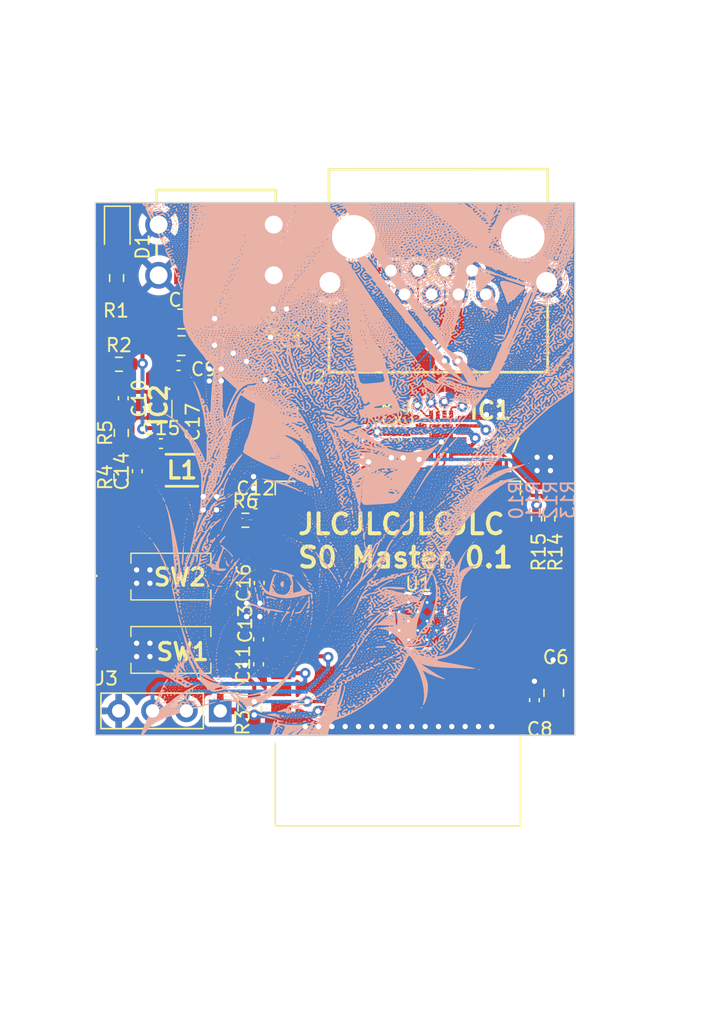
<source format=kicad_pcb>
(kicad_pcb (version 20221018) (generator pcbnew)
  (layers (0 "F.Cu" signal) (31 "B.Cu" signal) (34 "B.Paste" user) (35 "F.Paste" user) (36 "B.SilkS" user "B.Silkscreen") (37 "F.SilkS" user "F.Silkscreen") (38 "B.Mask" user) (39 "F.Mask" user) (44 "Edge.Cuts" user))
  (net 0 "")
  (net 1 "VIN")
  (net 2 "GND")
  (net 3 "+3V3")
  (net 4 "+5V")
  (net 5 "Net-(IC2-VCC)")
  (net 6 "EN")
  (net 7 "BOOT")
  (net 8 "Net-(IC2-FB)")
  (net 9 "Net-(IC2-BST)")
  (net 10 "Net-(IC2-SW)")
  (net 11 "Net-(D1-A)")
  (net 12 "RXD0")
  (net 13 "TXD0")
  (net 14 "Net-(IC2-PG)")
  (net 15 "GPIO46")
  (net 16 "Net-(J2-CC1)")
  (net 17 "Net-(J2-CC2)")
  (net 18 "UART2_RX")
  (net 19 "UART2_RE")
  (net 20 "UART2_DE")
  (net 21 "UART2_TX")
  (net 22 "SLR")
  (net 23 "DI+")
  (net 24 "DI-")
  (net 25 "DO-")
  (net 26 "DO+")
  (net 57 "Net-(IC1-R)")
  (net 58 "Net-(IC1-D)")
  (net 59 "Net-(IC1-Y)")
  (net 60 "Net-(IC1-Z)")
  (net 61 "Net-(IC1-B)")
  (net 62 "Net-(IC1-A)")
  (footprint "Capacitor_SMD:C_0402_1005Metric" (layer "F.Cu") (at 55.75 49.975 180)
    (fp_text reference "C2")
    (fp_text value "1u")
  )
  (footprint "libraries:PTS636SP50SMTRLFS" (layer "F.Cu") (at 47.325 70.25)
    (fp_text reference "SW1")
    (fp_text value "SW_Omron_B3FS" hide)
  )
  (footprint "Fuse:Fuse_0805_2012Metric_Pad1.15x1.40mm_HandSolder" (layer "F.Cu") (at 56.125 52.3 90)
    (fp_text reference "F1")
    (fp_text value "1A")
  )
  (footprint "Capacitor_SMD:C_0402_1005Metric" (layer "F.Cu") (at 53.68 59.3)
    (fp_text reference "C12")
    (fp_text value "0.1uF")
  )
  (footprint "Capacitor_SMD:C_0402_1005Metric" (layer "F.Cu") (at 74.6 74.02 -90)
    (fp_text reference "C8")
    (fp_text value "0.1uF")
  )
  (footprint "libraries:2171750001" (layer "F.Cu") (at 50.72 39.2 180)
    (fp_text reference "J2")
    (fp_text value "217175-0001" hide)
  )
  (footprint "Capacitor_SMD:C_0402_1005Metric" (layer "F.Cu") (at 53.9 69.455 -90)
    (fp_text reference "C13")
    (fp_text value "0.1uF")
  )
  (footprint "Resistor_SMD:R_0603_1608Metric_Pad0.98x0.95mm_HandSolder" (layer "F.Cu") (at 53.575 74.65 90)
    (fp_text reference "R3")
    (fp_text value "10k")
  )
  (footprint "Capacitor_SMD:C_0402_1005Metric" (layer "F.Cu") (at 46.575 54.775)
    (fp_text reference "C15")
    (fp_text value "0.1uF")
  )
  (footprint "libraries:ESP32-S3-WROOM-1" (layer "F.Cu") (at 64.35 70.55 180)
    (fp_text reference "U1")
    (fp_text value "ESP32-S3-WROOM-1")
  )
  (footprint "Resistor_SMD:R_0603_1608Metric_Pad0.98x0.95mm_HandSolder" (layer "F.Cu") (at 72.5875 56.35)
    (fp_text reference "R7")
    (fp_text value "2k")
  )
  (footprint "Resistor_SMD:R_0603_1608Metric_Pad0.98x0.95mm_HandSolder" (layer "F.Cu") (at 43.6 53.975 90)
    (fp_text reference "R5")
    (fp_text value "220k")
  )
  (footprint "Capacitor_SMD:C_0805_2012Metric_Pad1.18x1.45mm_HandSolder" (layer "F.Cu") (at 48.1125 45.425)
    (fp_text reference "C7")
    (fp_text value "10uF")
  )
  (footprint "Resistor_SMD:R_0603_1608Metric_Pad0.98x0.95mm_HandSolder" (layer "F.Cu") (at 52.9125 60.525)
    (fp_text reference "R6")
    (fp_text value "10k")
  )
  (footprint "Capacitor_SMD:C_0805_2012Metric_Pad1.18x1.45mm_HandSolder" (layer "F.Cu") (at 55.1875 48.525 180)
    (fp_text reference "C1")
    (fp_text value "100u")
  )
  (footprint "Capacitor_SMD:C_0402_1005Metric" (layer "F.Cu") (at 43.75 51.375 -90)
    (fp_text reference "C10")
    (fp_text value "1uF")
  )
  (footprint "Capacitor_SMD:C_0805_2012Metric_Pad1.18x1.45mm_HandSolder" (layer "F.Cu") (at 50.65 53.175 90)
    (fp_text reference "C17")
    (fp_text value "22uF")
  )
  (footprint "Capacitor_SMD:C_0402_1005Metric" (layer "F.Cu") (at 64.074795 54.422508 -90)
    (fp_text reference "C3")
    (fp_text value "1u")
  )
  (footprint "libraries:INDPM2424X100N" (layer "F.Cu") (at 48.15 56.775)
    (fp_text reference "L1")
    (fp_text value "3.3uH" hide)
  )
  (footprint "Resistor_SMD:R_0603_1608Metric_Pad0.98x0.95mm_HandSolder" (layer "F.Cu") (at 43.425 48.825)
    (fp_text reference "R2")
    (fp_text value "100k")
  )
  (footprint "Capacitor_SMD:C_0402_1005Metric" (layer "F.Cu") (at 53.9 71.33 90)
    (fp_text reference "C11")
    (fp_text value "0.1uF")
  )
  (footprint "Resistor_SMD:R_0402_1005Metric_Pad0.72x0.64mm_HandSolder" (layer "F.Cu") (at 75.75 60.4025 90)
    (fp_text reference "R14")
    (fp_text value "0R")
  )
  (footprint "Capacitor_SMD:C_0805_2012Metric_Pad1.18x1.45mm_HandSolder" (layer "F.Cu") (at 48.1125 47.425)
    (fp_text reference "C5")
    (fp_text value "10uF")
  )
  (footprint "SamacSys_Parts:RJHSE5E80" (layer "F.Cu") (at 63.83 41.8 180)
    (fp_text reference "J1")
    (fp_text value "RJHSE5E80" hide)
  )
  (footprint "Capacitor_SMD:C_0402_1005Metric" (layer "F.Cu") (at 47.9 48.925)
    (fp_text reference "C9")
    (fp_text value "0.1uF")
  )
  (footprint "Capacitor_SMD:C_0402_1005Metric" (layer "F.Cu") (at 65 54.43 -90)
    (fp_text reference "C4")
    (fp_text value "1u")
  )
  (footprint "SamacSys_Parts:QFN50P300X300X100-17N-D" (layer "F.Cu") (at 67.6 54.2 90)
    (fp_text reference "IC1")
    (fp_text value "THVD1424RGTR" hide)
  )
  (footprint "Capacitor_SMD:C_0805_2012Metric_Pad1.18x1.45mm_HandSolder" (layer "F.Cu") (at 76.05 73.47 -90)
    (fp_text reference "C6")
    (fp_text value "22uF")
  )
  (footprint "LED_SMD:LED_0805_2012Metric_Pad1.15x1.40mm_HandSolder" (layer "F.Cu") (at 43.3 38.825 -90)
    (fp_text reference "D1")
    (fp_text value "LED_Small")
  )
  (footprint "Resistor_SMD:R_0603_1608Metric_Pad0.98x0.95mm_HandSolder" (layer "F.Cu") (at 43.25 42.3625 90)
    (fp_text reference "R1")
    (fp_text value "75R")
  )
  (footprint "libraries:MP2322GQHZ" (layer "F.Cu") (at 46.4 52.125 -90)
    (fp_text reference "IC2")
    (fp_text value "MP2322GQH-Z" hide)
  )
  (footprint "Resistor_SMD:R_0603_1608Metric_Pad0.98x0.95mm_HandSolder" (layer "F.Cu") (at 43.575 57.3 90)
    (fp_text reference "R4")
    (fp_text value "976k")
  )
  (footprint "Capacitor_SMD:C_0402_1005Metric" (layer "F.Cu") (at 53.95 65.225 90)
    (fp_text reference "C16")
    (fp_text value "0.1uF")
  )
  (footprint "Connector_PinHeader_2.54mm:PinHeader_1x04_P2.54mm_Vertical" (layer "F.Cu") (at 51.025 74.825 -90)
    (fp_text reference "J3")
    (fp_text value "DEBUG")
  )
  (footprint "libraries:PTS636SP50SMTRLFS" (layer "F.Cu") (at 47.325 64.75)
    (fp_text reference "SW2")
    (fp_text value "SW_Omron_B3FS" hide)
  )
  (footprint "Capacitor_SMD:C_0402_1005Metric" (layer "F.Cu") (at 44.8 56.845 90)
    (fp_text reference "C14")
    (fp_text value "22pF")
  )
  (footprint "Resistor_SMD:R_0603_1608Metric_Pad0.98x0.95mm_HandSolder" (layer "F.Cu") (at 53.45 45.8875 -90)
    (fp_text reference "R8")
    (fp_text value "10k")
  )
  (footprint "Resistor_SMD:R_0402_1005Metric_Pad0.72x0.64mm_HandSolder" (layer "F.Cu") (at 74.76 60.41 -90)
    (fp_text reference "R15")
    (fp_text value "0R")
  )
  (footprint "Resistor_SMD:R_0603_1608Metric_Pad0.98x0.95mm_HandSolder" (layer "F.Cu") (at 51.95 45.9 -90)
    (fp_text reference "R9")
    (fp_text value "10k")
  )
  (footprint "Resistor_SMD:R_0402_1005Metric_Pad0.72x0.64mm_HandSolder" (layer "B.Cu") (at 65.82 50.72 90)
    (fp_text reference "R10")
    (fp_text value "0R")
  )
  (footprint "LOGO" (layer "B.Cu") (at 57.526769 56.699839)
    (fp_text reference "G***" hide)
    (fp_text value "LOGO" hide)
  )
  (footprint "Resistor_SMD:R_0402_1005Metric_Pad0.72x0.64mm_HandSolder" (layer "B.Cu") (at 66.8 50.71 90)
    (fp_text reference "R11")
    (fp_text value "0R")
  )
  (footprint "Resistor_SMD:R_0402_1005Metric_Pad0.72x0.64mm_HandSolder" (layer "B.Cu") (at 68.26 50.69 90)
    (fp_text reference "R12")
    (fp_text value "0R")
  )
  (footprint "Resistor_SMD:R_0402_1005Metric_Pad0.72x0.64mm_HandSolder" (layer "B.Cu") (at 69.22 50.68 -90)
    (fp_text reference "R13")
    (fp_text value "0R")
  )
  (gr_rect (start 41.65 36.7) (end 77.625 76.65) (stroke (width 0.1)) (fill none) (layer "Edge.Cuts"))
  (gr_text "S0 Master 0.1" (at 56.7 64.2) (layer "F.SilkS") (effects (font (size 1.5 1.5) (thickness 0.3) bold) (justify left bottom)))
  (gr_text "JLCJLCJLCJLC" (at 56.7 61.7) (layer "F.SilkS") (effects (font (size 1.5 1.5) (thickness 0.3) bold) (justify left bottom)))
  (segment (start 62.04 47.4) (end 60.915 48.525) (width 0.5) (layer "F.Cu") (net 1))
  (segment (start 62.04 42.56) (end 62.04 47.4) (width 0.5) (layer "F.Cu") (net 1))
  (segment (start 60.915 48.525) (end 56.225 48.525) (width 0.5) (layer "F.Cu") (net 1))
  (segment (start 56.23 51.17) (end 56.125 51.275) (width 0.5) (layer "F.Cu") (net 1))
  (segment (start 56.225 48.525) (end 56.225 49.97) (width 0.5) (layer "F.Cu") (net 1))
  (segment (start 56.23 49.975) (end 56.23 51.17) (width 0.5) (layer "F.Cu") (net 1))
  (segment (start 56.225 49.97) (end 56.23 49.975) (width 0.5) (layer "F.Cu") (net 1))
  (segment (start 63.83 41.8) (end 62.8 41.8) (width 0.5) (layer "F.Cu") (net 1))
  (segment (start 62.8 41.8) (end 62.04 42.56) (width 0.5) (layer "F.Cu") (net 1))
  (segment (start 67.35 54.45) (end 67.6 54.2) (width 0.3) (layer "F.Cu") (net 2))
  (segment (start 64.082287 54.91) (end 64.074795 54.902508) (width 0.3) (layer "F.Cu") (net 2))
  (segment (start 53.9 71.81) (end 53.285 71.81) (width 0.3) (layer "F.Cu") (net 2))
  (segment (start 65.042965 54.91) (end 65 54.91) (width 0.3) (layer "F.Cu") (net 2))
  (segment (start 66.1 54.45) (end 65.502965 54.45) (width 0.3) (layer "F.Cu") (net 2))
  (segment (start 53.285 71.81) (end 52.875 71.4) (width 0.3) (layer "F.Cu") (net 2))
  (segment (start 67.61 54.65) (end 67.6 54.2) (width 0.3) (layer "F.Cu") (net 2))
  (segment (start 65 54.91) (end 64.082287 54.91) (width 0.3) (layer "F.Cu") (net 2))
  (segment (start 67.85 54.45) (end 67.61 54.65) (width 0.3) (layer "F.Cu") (net 2))
  (segment (start 66.1 54.45) (end 67.35 54.45) (width 0.3) (layer "F.Cu") (net 2))
  (segment (start 65.502965 54.45) (end 65.042965 54.91) (width 0.3) (layer "F.Cu") (net 2))
  (segment (start 69.1 54.45) (end 67.85 54.45) (width 0.3) (layer "F.Cu") (net 2))
  (via (at 53 67.75) (size 0.8) (drill 0.4) (layers "F.Cu" "B.Cu") (net 2))
  (via (at 44.75 64.25) (size 0.8) (drill 0.4) (layers "F.Cu" "B.Cu") (net 2))
  (via (at 60.4 76) (size 0.8) (drill 0.4) (layers "F.Cu" "B.Cu") (net 2))
  (via (at 69.4 76) (size 0.8) (drill 0.4) (layers "F.Cu" "B.Cu") (net 2))
  (via (at 63.86 55.83) (size 0.8) (drill 0.4) (layers "F.Cu" "B.Cu") (net 2))
  (via (at 76 71) (size 0.8) (drill 0.4) (layers "F.Cu" "B.Cu") (net 2))
  (via (at 64.75 55.84) (size 0.8) (drill 0.4) (layers "F.Cu" "B.Cu") (net 2))
  (via (at 63.4 76) (size 0.8) (drill 0.4) (layers "F.Cu" "B.Cu") (net 2))
  (via (at 54 66.75) (size 0.8) (drill 0.4) (layers "F.Cu" "B.Cu") (net 2))
  (via (at 50.2 49.175) (size 0.8) (drill 0.4) (layers "F.Cu" "B.Cu") (net 2))
  (via (at 45.75 69.75) (size 0.8) (drill 0.4) (layers "F.Cu" "B.Cu") (net 2))
  (via (at 66.4 76) (size 0.8) (drill 0.4) (layers "F.Cu" "B.Cu") (net 2))
  (via (at 53 66.75) (size 0.8) (drill 0.4) (layers "F.Cu" "B.Cu") (net 2))
  (via (at 53.525 57.25) (size 0.8) (drill 0.4) (layers "F.Cu" "B.Cu") (net 2))
  (via (at 53.525 58.125) (size 0.8) (drill 0.4) (layers "F.Cu" "B.Cu") (net 2))
  (via (at 68.4 76) (size 0.8) (drill 0.4) (layers "F.Cu" "B.Cu") (net 2))
  (via (at 71.4 76) (size 0.8) (drill 0.4) (layers "F.Cu" "B.Cu") (net 2))
  (via (at 44.75 65.25) (size 0.8) (drill 0.4) (layers "F.Cu" "B.Cu") (net 2))
  (via (at 50.75 59.75) (size 0.8) (drill 0.4) (layers "F.Cu" "B.Cu") (net 2))
  (via (at 58.4 76) (size 0.8) (drill 0.4) (layers "F.Cu" "B.Cu") (net 2))
  (via (at 50.2 50.075) (size 0.8) (drill 0.4) (layers "F.Cu" "B.Cu") (net 2))
  (via (at 75.8 56.8) (size 0.8) (drill 0.4) (layers "F.Cu" "B.Cu") (net 2))
  (via (at 45.75 70.75) (size 0.8) (drill 0.4) (layers "F.Cu" "B.Cu") (net 2))
  (via (at 74.8 56.8) (size 0.8) (drill 0.4) (layers "F.Cu" "B.Cu") (net 2))
  (via (at 71 52.6) (size 0.8) (drill 0.4) (layers "F.Cu" "B.Cu") (net 2))
  (via (at 71 51.6) (size 0.8) (drill 0.4) (layers "F.Cu" "B.Cu") (net 2))
  (via (at 54.8 46.8) (size 0.8) (drill 0.4) (layers "F.Cu" "B.Cu") (net 2))
  (via (at 45.75 65.25) (size 0.8) (drill 0.4) (layers "F.Cu" "B.Cu") (net 2))
  (via (at 49.75 58.75) (size 0.8) (drill 0.4) (layers "F.Cu" "B.Cu") (net 2))
  (via (at 65.4 76) (size 0.8) (drill 0.4) (layers "F.Cu" "B.Cu") (net 2))
  (via (at 50.6 45.4) (size 0.8) (drill 0.4) (layers "F.Cu" "B.Cu") (net 2))
  (via (at 74.8 55.8) (size 0.8) (drill 0.4) (layers "F.Cu" "B.Cu") (net 2))
  (via (at 75.8 55.8) (size 0.8) (drill 0.4) (layers "F.Cu" "B.Cu") (net 2))
  (via (at 62.4 76) (size 0.8) (drill 0.4) (layers "F.Cu" "B.Cu") (net 2))
  (via (at 72 52.6) (size 0.8) (drill 0.4) (layers "F.Cu" "B.Cu") (net 2))
  (via (at 51.1 50.075) (size 0.8) (drill 0.4) (layers "F.Cu" "B.Cu") (net 2))
  (via (at 67.61 54.65) (size 0.8) (drill 0.4) (layers "F.Cu" "B.Cu") (net 2))
  (via (at 44.75 69.75) (size 0.8) (drill 0.4) (layers "F.Cu" "B.Cu") (net 2))
  (via (at 67.4 76) (size 0.8) (drill 0.4) (layers "F.Cu" "B.Cu") (net 2))
  (via (at 55 44.675) (size 0.8) (drill 0.4) (layers "F.Cu" "B.Cu") (net 2))
  (via (at 57.4 76) (size 0.8) (drill 0.4) (layers "F.Cu" "B.Cu") (net 2))
  (via (at 70.4 76) (size 0.8) (drill 0.4) (layers "F.Cu" "B.Cu") (net 2))
  (via (at 50.6 47.4) (size 0.8) (drill 0.4) (layers "F.Cu" "B.Cu") (net 2))
  (via (at 52 48) (size 0.8) (drill 0.4) (layers "F.Cu" "B.Cu") (net 2))
  (via (at 51.1 49.175) (size 0.8) (drill 0.4) (layers "F.Cu" "B.Cu") (net 2))
  (via (at 54.4 50) (size 0.8) (drill 0.4) (layers "F.Cu" "B.Cu") (net 2))
  (via (at 52.875 71.4) (size 0.8) (drill 0.4) (layers "F.Cu" "B.Cu") (net 2))
  (via (at 72 51.6) (size 0.8) (drill 0.4) (layers "F.Cu" "B.Cu") (net 2))
  (via (at 44.75 70.75) (size 0.8) (drill 0.4) (layers "F.Cu" "B.Cu") (net 2))
  (via (at 64.4 76) (size 0.8) (drill 0.4) (layers "F.Cu" "B.Cu") (net 2))
  (via (at 56 44.675) (size 0.8) (drill 0.4) (layers "F.Cu" "B.Cu") (net 2))
  (via (at 53 48.6) (size 0.8) (drill 0.4) (layers "F.Cu" "B.Cu") (net 2))
  (via (at 50.75 58.75) (size 0.8) (drill 0.4) (layers "F.Cu" "B.Cu") (net 2))
  (via (at 61.4 76) (size 0.8) (drill 0.4) (layers "F.Cu" "B.Cu") (net 2))
  (via (at 59.4 76) (size 0.8) (drill 0.4) (layers "F.Cu" "B.Cu") (net 2))
  (via (at 45.75 64.25) (size 0.8) (drill 0.4) (layers "F.Cu" "B.Cu") (net 2))
  (via (at 74.6 72.6) (size 0.8) (drill 0.4) (layers "F.Cu" "B.Cu") (net 2))
  (via (at 54 67.75) (size 0.8) (drill 0.4) (layers "F.Cu" "B.Cu") (net 2))
  (via (at 49.75 59.75) (size 0.8) (drill 0.4) (layers "F.Cu" "B.Cu") (net 2))
  (segment (start 56.125 53.325) (end 56.125 55.275) (width 0.5) (layer "F.Cu") (net 3))
  (segment (start 65 53.95) (end 64.082287 53.95) (width 0.5) (layer "F.Cu") (net 3))
  (segment (start 69.1 53.95) (end 69.751944 53.95) (width 0.3) (layer "F.Cu") (net 3))
  (segment (start 52 62.775) (end 52 60.525) (width 0.5) (layer "F.Cu") (net 3))
  (segment (start 52.225 74.825) (end 51.025 74.825) (width 0.5) (layer "F.Cu") (net 3))
  (segment (start 74.575 74.525) (end 73.115 74.525) (width 0.5) (layer "F.Cu") (net 3))
  (segment (start 76.05 74.5075) (end 74.5925 74.5075) (width 0.5) (layer "F.Cu") (net 3))
  (segment (start 62.8 53.9) (end 62.842508 53.942508) (width 0.3) (layer "F.Cu") (net 3))
  (segment (start 50 63.225) (end 51.55 63.225) (width 0.5) (layer "F.Cu") (net 3))
  (segment (start 44.8 57.75) (end 44.8 57.325) (width 0.5) (layer "F.Cu") (net 3))
  (segment (start 73.1 74.54) (end 72.05 74.54) (width 0.5) (layer "F.Cu") (net 3))
  (segment (start 64.082287 53.95) (end 64.074795 53.942508) (width 0.3) (layer "F.Cu") (net 3))
  (segment (start 51.025 73.275) (end 49.75 72) (width 0.5) (layer "F.Cu") (net 3))
  (segment (start 60.15 55.4) (end 61.65 53.9) (width 0.5) (layer "F.Cu") (net 3))
  (segment (start 53.75 55.4) (end 56 55.4) (width 0.5) (layer "F.Cu") (net 3))
  (segment (start 51.625 56.775) (end 52 57.15) (width 0.5) (layer "F.Cu") (net 3))
  (segment (start 48.6625 58.2125) (end 49.2 57.675) (width 0.5) (layer "F.Cu") (net 3))
  (segment (start 44.3375 58.2125) (end 48.6625 58.2125) (width 0.5) (layer "F.Cu") (net 3))
  (segment (start 58.4995 74.696912) (end 58.35 74.846412) (width 0.5) (layer "F.Cu") (net 3))
  (segment (start 63.868172 73.845) (end 63.01626 74.696912) (width 0.5) (layer "F.Cu") (net 3))
  (segment (start 62.842508 53.942508) (end 62.85 53.95) (width 0.5) (layer "F.Cu") (net 3))
  (segment (start 64.067303 53.95) (end 64.074795 53.942508) (width 0.5) (layer "F.Cu") (net 3))
  (segment (start 51.025 74.825) (end 51.025 73.275) (width 0.5) (layer "F.Cu") (net 3))
  (segment (start 52 60.525) (end 52 57.15) (width 0.5) (layer "F.Cu") (net 3))
  (segment (start 69.751944 53.95) (end 70.164944 54.363) (width 0.3) (layer "F.Cu") (net 3))
  (segment (start 61.65 53.9) (end 62.8 53.9) (width 0.5) (layer "F.Cu") (net 3))
  (segment (start 52 57.15) (end 53.75 55.4) (width 0.5) (layer "F.Cu") (net 3))
  (segment (start 49.2 56.775) (end 51.625 56.775) (width 0.5) (layer "F.Cu") (net 3))
  (segment (start 65 53.95) (end 65.1 53.85) (width 0.5) (layer "F.Cu") (net 3))
  (segment (start 70.164944 54.363) (end 70.164944 54.635056) (width 0.3) (layer "F.Cu") (net 3))
  (segment (start 70.164944 54.635056) (end 69.85 54.95) (width 0.3) (layer "F.Cu") (net 3))
  (segment (start 56 55.4) (end 60.15 55.4) (width 0.5) (layer "F.Cu") (net 3))
  (segment (start 62.85 53.95) (end 64.067303 53.95) (width 0.5) (layer "F.Cu") (net 3))
  (segment (start 49.2 57.675) (end 49.2 56.775) (width 0.5) (layer "F.Cu") (net 3))
  (segment (start 51.55 63.225) (end 52 62.775) (width 0.5) (layer "F.Cu") (net 3))
  (segment (start 69.85 54.95) (end 69.1 54.95) (width 0.3) (layer "F.Cu") (net 3))
  (segment (start 52.524003 75.124003) (end 52.225 74.825) (width 0.5) (layer "F.Cu") (net 3))
  (segment (start 66.1 53.45) (end 66.1 53.85) (width 0.5) (layer "F.Cu") (net 3))
  (segment (start 53.575 75.124003) (end 52.524003 75.124003) (width 0.5) (layer "F.Cu") (net 3))
  (segment (start 44.3375 58.2125) (end 44.8 57.75) (width 0.5) (layer "F.Cu") (net 3))
  (segment (start 73.115 74.525) (end 73.1 74.54) (width 0.5) (layer "F.Cu") (net 3))
  (segment (start 49.75 72) (end 49.75 63.475) (width 0.5) (layer "F.Cu") (net 3))
  (segment (start 43.575 58.2125) (end 44.3375 58.2125) (width 0.5) (layer "F.Cu") (net 3))
  (segment (start 49.75 63.475) (end 50 63.225) (width 0.5) (layer "F.Cu") (net 3))
  (segment (start 71.355 73.845) (end 63.868172 73.845) (width 0.5) (layer "F.Cu") (net 3))
  (segment (start 63.01626 74.696912) (end 58.4995 74.696912) (width 0.5) (layer "F.Cu") (net 3))
  (segment (start 65.1 53.85) (end 66.1 53.85) (width 0.5) (layer "F.Cu") (net 3))
  (segment (start 56.125 55.275) (end 56 55.4) (width 0.5) (layer "F.Cu") (net 3))
  (segment (start 72.05 74.54) (end 71.355 73.845) (width 0.5) (layer "F.Cu") (net 3))
  (segment (start 74.5925 74.5075) (end 74.575 74.525) (width 0.5) (layer "F.Cu") (net 3))
  (via (at 62.8 53.9) (size 0.8) (drill 0.4) (layers "F.Cu" "B.Cu") (net 3))
  (via (at 70.164944 54.363) (size 0.8) (drill 0.4) (layers "F.Cu" "B.Cu") (net 3))
  (via (at 53.575 75.124003) (size 0.8) (drill 0.4) (layers "F.Cu" "B.Cu") (net 3))
  (via (at 58.35 74.846412) (size 0.8) (drill 0.4) (layers "F.Cu" "B.Cu") (net 3))
  (segment (start 69.581944 53.78) (end 70.164944 54.363) (width 0.5) (layer "B.Cu") (net 3))
  (segment (start 53.580997 75.13) (end 58.066412 75.13) (width 0.5) (layer "B.Cu") (net 3))
  (segment (start 53.575 75.124003) (end 53.580997 75.13) (width 0.5) (layer "B.Cu") (net 3))
  (segment (start 58.066412 75.13) (end 58.35 74.846412) (width 0.5) (layer "B.Cu") (net 3))
  (segment (start 62.8 53.9) (end 62.92 53.78) (width 0.5) (layer "B.Cu") (net 3))
  (segment (start 62.92 53.78) (end 69.581944 53.78) (width 0.5) (layer "B.Cu") (net 3))
  (segment (start 52.24 41.13) (end 52.01 40.9) (width 0.5) (layer "F.Cu") (net 4))
  (segment (start 49.2 41.05) (end 49.2 42.23) (width 0.5) (layer "F.Cu") (net 4))
  (segment (start 49.35 40.9) (end 49.2 41.05) (width 0.5) (layer "F.Cu") (net 4))
  (segment (start 52.01 40.9) (end 49.35 40.9) (width 0.5) (layer "F.Cu") (net 4))
  (segment (start 46.65 51.425) (end 46.15 51.425) (width 0.3) (layer "F.Cu") (net 4))
  (segment (start 46.65 51.425) (end 46.65 50.45) (width 0.3) (layer "F.Cu") (net 4))
  (segment (start 46.65 50.45) (end 47.42 49.68) (width 0.3) (layer "F.Cu") (net 4))
  (segment (start 47.42 49.68) (end 47.42 48.925) (width 0.3) (layer "F.Cu") (net 4))
  (segment (start 52.24 42.23) (end 52.24 41.13) (width 0.5) (layer "F.Cu") (net 4))
  (segment (start 45.65 50.975) (end 45.65 51.425) (width 0.3) (layer "F.Cu") (net 5))
  (segment (start 43.75 50.895) (end 45.57 50.895) (width 0.3) (layer "F.Cu") (net 5))
  (segment (start 43.475 49.9) (end 43.75 50.175) (width 0.3) (layer "F.Cu") (net 5))
  (segment (start 43.75 50.175) (end 43.75 50.895) (width 0.3) (layer "F.Cu") (net 5))
  (segment (start 42.775 49.9) (end 43.475 49.9) (width 0.3) (layer "F.Cu") (net 5))
  (segment (start 45.57 50.895) (end 45.65 50.975) (width 0.3) (layer "F.Cu") (net 5))
  (segment (start 42.5125 48.825) (end 42.5125 49.6375) (width 0.3) (layer "F.Cu") (net 5))
  (segment (start 42.5125 49.6375) (end 42.775 49.9) (width 0.3) (layer "F.Cu") (net 5))
  (segment (start 51.74 69.935) (end 51.425 70.25) (width 0.3) (layer "F.Cu") (net 6))
  (segment (start 63.63 73.27) (end 62.778088 74.121912) (width 0.25) (layer "F.Cu") (net 6))
  (segment (start 53.575 73.7375) (end 53.575 72.8) (width 0.3) (layer "F.Cu") (net 6))
  (segment (start 53.9 69.935) (end 53.9 70.85) (width 0.3) (layer "F.Cu") (net 6))
  (segment (start 53.575 74.1245) (end 53.575 73.7375) (width 0.25) (layer "F.Cu") (net 6))
  (segment (start 53.025 72.25) (end 52 72.25) (width 0.3) (layer "F.Cu") (net 6))
  (segment (start 53.9 69.935) (end 51.74 69.935) (width 0.3) (layer "F.Cu") (net 6))
  (segment (start 52 72.25) (end 51.425 71.675) (width 0.3) (layer "F.Cu") (net 6))
  (segment (start 73.1 73.27) (end 63.63 73.27) (width 0.25) (layer "F.Cu") (net 6))
  (segment (start 51.425 71.675) (end 51.425 70.25) (width 0.3) (layer "F.Cu") (net 6))
  (segment (start 53.575 72.8) (end 53.025 72.25) (width 0.3) (layer "F.Cu") (net 6))
  (segment (start 62.778088 74.121912) (end 57.537243 74.121912) (width 0.25) (layer "F.Cu") (net 6))
  (via (at 57.537243 74.121912) (size 0.8) (drill 0.4) (layers "F.Cu" "B.Cu") (net 6))
  (via (at 53.575 74.1245) (size 0.8) (drill 0.4) (layers "F.Cu" "B.Cu") (net 6))
  (segment (start 53.577588 74.121912) (end 53.575 74.1245) (width 0.25) (layer "B.Cu") (net 6))
  (segment (start 57.537243 74.121912) (end 53.577588 74.121912) (width 0.25) (layer "B.Cu") (net 6))
  (segment (start 51.43 64.745) (end 51.425 64.75) (width 0.3) (layer "F.Cu") (net 7))
  (segment (start 53.825 60) (end 53.825 60.525) (width 0.3) (layer "F.Cu") (net 7))
  (segment (start 54.16 59.3) (end 54.16 59.665) (width 0.3) (layer "F.Cu") (net 7))
  (segment (start 54.16 59.665) (end 53.825 60) (width 0.3) (layer "F.Cu") (net 7))
  (segment (start 53.925 60.625) (end 53.825 60.525) (width 0.3) (layer "F.Cu") (net 7))
  (segment (start 55.6 59.3) (end 54.16 59.3) (width 0.3) (layer "F.Cu") (net 7))
  (segment (start 53.95 64.745) (end 53.925 64.72) (width 0.3) (layer "F.Cu") (net 7))
  (segment (start 53.95 64.745) (end 51.43 64.745) (width 0.3) (layer "F.Cu") (net 7))
  (segment (start 53.925 64.72) (end 53.925 60.625) (width 0.3) (layer "F.Cu") (net 7))
  (segment (start 44.295942 54.8875) (end 43.6 54.8875) (width 0.3) (layer "F.Cu") (net 8))
  (segment (start 44.75 52.825) (end 44.441721 53.133279) (width 0.3) (layer "F.Cu") (net 8))
  (segment (start 44.441721 53.133279) (end 44.441721 54.741721) (width 0.3) (layer "F.Cu") (net 8))
  (segment (start 44.8 56.365) (end 43.5975 56.365) (width 0.5) (layer "F.Cu") (net 8))
  (segment (start 45.65 52.825) (end 44.75 52.825) (width 0.3) (layer "F.Cu") (net 8))
  (segment (start 43.6 54.8875) (end 43.6 56.3625) (width 0.3) (layer "F.Cu") (net 8))
  (segment (start 43.5975 56.365) (end 43.575 56.3875) (width 0.5) (layer "F.Cu") (net 8))
  (segment (start 44.441721 54.741721) (end 44.295942 54.8875) (width 0.3) (layer "F.Cu") (net 8))
  (segment (start 43.6 56.3625) (end 43.575 56.3875) (width 0.3) (layer "F.Cu") (net 8))
  (segment (start 46.095 54.255) (end 46.095 54.775) (width 0.3) (layer "F.Cu") (net 9))
  (segment (start 46.3 54.05) (end 46.095 54.255) (width 0.3) (layer "F.Cu") (net 9))
  (segment (start 46.65 52.825) (end 46.65 53.875) (width 0.3) (layer "F.Cu") (net 9))
  (segment (start 46.65 53.875) (end 46.475 54.05) (width 0.3) (layer "F.Cu") (net 9))
  (segment (start 46.475 54.05) (end 46.3 54.05) (width 0.3) (layer "F.Cu") (net 9))
  (segment (start 43.3 41.4) (end 43.25 41.45) (width 0.3) (layer "F.Cu") (net 11))
  (segment (start 43.3 39.85) (end 43.3 41.4) (width 0.3) (layer "F.Cu") (net 11))
  (segment (start 59.125 70.8) (end 59.055 70.73) (width 0.3) (layer "F.Cu") (net 12))
  (segment (start 59.055 70.73) (end 55.6 70.73) (width 0.3) (layer "F.Cu") (net 12))
  (via (at 59.125 70.8) (size 0.8) (drill 0.4) (layers "F.Cu" "B.Cu") (net 12))
  (segment (start 57.475 73.375) (end 59.125 71.725) (width 0.3) (layer "B.Cu") (net 12))
  (segment (start 48.485 74.825) (end 48.485 73.715) (width 0.3) (layer "B.Cu") (net 12))
  (segment (start 48.485 73.715) (end 48.825 73.375) (width 0.3) (layer "B.Cu") (net 12))
  (segment (start 59.125 71.725) (end 59.125 70.8) (width 0.3) (layer "B.Cu") (net 12))
  (segment (start 48.825 73.375) (end 57.475 73.375) (width 0.3) (layer "B.Cu") (net 12))
  (segment (start 57.4 72) (end 55.6 72) (width 0.3) (layer "F.Cu") (net 13))
  (via (at 57.4 72) (size 0.8) (drill 0.4) (layers "F.Cu" "B.Cu") (net 13))
  (segment (start 57.2 72.8) (end 46.4 72.8) (width 0.3) (layer "B.Cu") (net 13))
  (segment (start 46.4 72.8) (end 45.945 73.255) (width 0.3) (layer "B.Cu") (net 13))
  (segment (start 57.4 72) (end 57.4 72.6) (width 0.3) (layer "B.Cu") (net 13))
  (segment (start 45.945 73.255) (end 45.945 74.825) (width 0.3) (layer "B.Cu") (net 13))
  (segment (start 57.4 72.6) (end 57.2 72.8) (width 0.3) (layer "B.Cu") (net 13))
  (segment (start 43.25 45.45) (end 43.25 43.275) (width 0.3) (layer "F.Cu") (net 14))
  (segment (start 45.191721 48.775) (end 45.191721 47.391721) (width 0.3) (layer "F.Cu") (net 14))
  (segment (start 44.3875 48.775) (end 44.3375 48.825) (width 0.3) (layer "F.Cu") (net 14))
  (segment (start 45.250045 53.615) (end 45.191721 53.673324) (width 0.3) (layer "F.Cu") (net 14))
  (segment (start 45.191721 47.391721) (end 43.25 45.45) (width 0.3) (layer "F.Cu") (net 14))
  (segment (start 46.15 53.475) (end 46.01 53.615) (width 0.3) (layer "F.Cu") (net 14))
  (segment (start 46.01 53.615) (end 45.250045 53.615) (width 0.3) (layer "F.Cu") (net 14))
  (segment (start 45.191721 48.775) (end 44.3875 48.775) (width 0.3) (layer "F.Cu") (net 14))
  (segment (start 46.15 52.825) (end 46.15 53.475) (width 0.3) (layer "F.Cu") (net 14))
  (via (at 45.191721 53.673324) (size 0.8) (drill 0.4) (layers "F.Cu" "B.Cu") (net 14))
  (via (at 45.191721 48.775) (size 0.8) (drill 0.4) (layers "F.Cu" "B.Cu") (net 14))
  (segment (start 45.191721 48.775) (end 45.191721 53.673324) (width 0.3) (layer "B.Cu") (net 14))
  (segment (start 70.065 57.01) (end 70.725 56.35) (width 0.3) (layer "F.Cu") (net 15))
  (segment (start 70.065 58.05) (end 70.065 57.01) (width 0.3) (layer "F.Cu") (net 15))
  (segment (start 70.725 56.35) (end 71.675 56.35) (width 0.3) (layer "F.Cu") (net 15))
  (segment (start 51.53 43.475) (end 52.75 43.475) (width 0.5) (layer "F.Cu") (net 16))
  (segment (start 52.75 43.475) (end 53.45 44.175) (width 0.5) (layer "F.Cu") (net 16))
  (segment (start 51.22 43.165) (end 51.53 43.475) (width 0.5) (layer "F.Cu") (net 16))
  (segment (start 53.45 44.175) (end 53.45 44.975) (width 0.5) (layer "F.Cu") (net 16))
  (segment (start 51.22 42.23) (end 51.22 43.165) (width 0.5) (layer "F.Cu") (net 16))
  (segment (start 51.24005 44.175) (end 51.75 44.175) (width 0.5) (layer "F.Cu") (net 17))
  (segment (start 51.75 44.175) (end 51.95 44.375) (width 0.5) (layer "F.Cu") (net 17))
  (segment (start 51.95 44.375) (end 51.95 44.9875) (width 0.5) (layer "F.Cu") (net 17))
  (segment (start 50.22 43.15495) (end 51.24005 44.175) (width 0.5) (layer "F.Cu") (net 17))
  (segment (start 50.22 42.23) (end 50.22 43.15495) (width 0.5) (layer "F.Cu") (net 17))
  (segment (start 73.1 63.11) (end 74.38 63.11) (width 0.25) (layer "F.Cu") (net 18))
  (segment (start 74.38 63.11) (end 74.76 62.73) (width 0.25) (layer "F.Cu") (net 18))
  (segment (start 74.76 62.73) (end 74.76 61.0075) (width 0.25) (layer "F.Cu") (net 18))
  (segment (start 62.445 58.05) (end 62.445 57.173) (width 0.127) (layer "F.Cu") (net 19))
  (segment (start 62.993 56.625) (end 67.002 56.625) (width 0.127) (layer "F.Cu") (net 19))
  (segment (start 62.445 57.173) (end 62.993 56.625) (width 0.127) (layer "F.Cu") (net 19))
  (segment (start 67.35 56.277) (end 67.35 55.7) (width 0.127) (layer "F.Cu") (net 19))
  (segment (start 67.002 56.625) (end 67.35 56.277) (width 0.127) (layer "F.Cu") (net 19))
  (segment (start 63.936 56.952) (end 67.175 56.952) (width 0.127) (layer "F.Cu") (net 20))
  (segment (start 67.175 56.952) (end 67.85 56.277) (width 0.127) (layer "F.Cu") (net 20))
  (segment (start 63.715 58.05) (end 63.715 57.173) (width 0.127) (layer "F.Cu") (net 20))
  (segment (start 63.715 57.173) (end 63.936 56.952) (width 0.127) (layer "F.Cu") (net 20))
  (segment (start 67.85 56.277) (end 67.85 55.7) (width 0.127) (layer "F.Cu") (net 20))
  (segment (start 73.1 64.38) (end 74.57 64.38) (width 0.25) (layer "F.Cu") (net 21))
  (segment (start 74.57 64.38) (end 75.75 63.2) (width 0.25) (layer "F.Cu") (net 21))
  (segment (start 75.75 63.2) (end 75.75 61) (width 0.25) (layer "F.Cu") (net 21))
  (segment (start 62.15 56.19) (end 61.175 57.165) (width 0.25) (layer "F.Cu") (net 22))
  (segment (start 62.15 56.15) (end 62.15 56.19) (width 0.25) (layer "F.Cu") (net 22))
  (segment (start 61.175 57.165) (end 61.175 58.05) (width 0.25) (layer "F.Cu") (net 22))
  (segment (start 70.960734 53.758249) (end 70.652485 53.45) (width 0.25) (layer "F.Cu") (net 22))
  (segment (start 70.652485 53.45) (end 69.1 53.45) (width 0.25) (layer "F.Cu") (net 22))
  (via (at 70.960734 53.758249) (size 0.8) (drill 0.4) (layers "F.Cu" "B.Cu") (net 22))
  (via (at 62.15 56.15) (size 0.8) (drill 0.4) (layers "F.Cu" "B.Cu") (net 22))
  (segment (start 62.075 53.599695) (end 62.644695 53.03) (width 0.25) (layer "B.Cu") (net 22))
  (segment (start 62.15 56.15) (end 62.07 56.07) (width 0.25) (layer "B.Cu") (net 22))
  (segment (start 62.07 56.07) (end 62.07 55.2) (width 0.25) (layer "B.Cu") (net 22))
  (segment (start 62.07 55.2) (end 62.075 55.195) (width 0.25) (layer "B.Cu") (net 22))
  (segment (start 62.075 55.195) (end 62.075 53.599695) (width 0.25) (layer "B.Cu") (net 22))
  (segment (start 62.644695 53.03) (end 70.232485 53.03) (width 0.25) (layer "B.Cu") (net 22))
  (segment (start 70.232485 53.03) (end 70.960734 53.758249) (width 0.25) (layer "B.Cu") (net 22))
  (segment (start 68.847822 48.58846) (end 68.81346 48.58846) (width 0.127) (layer "F.Cu") (net 23))
  (segment (start 66.88 46.655) (end 66.88 43.58) (width 0.127) (layer "F.Cu") (net 23))
  (segment (start 68.81346 48.58846) (end 66.88 46.655) (width 0.127) (layer "F.Cu") (net 23))
  (via (at 68.847822 48.58846) (size 0.8) (drill 0.4) (layers "F.Cu" "B.Cu") (net 23))
  (segment (start 69.22 48.960638) (end 69.22 50.0825) (width 0.127) (layer "B.Cu") (net 23))
  (segment (start 68.847822 48.58846) (end 69.22 48.960638) (width 0.127) (layer "B.Cu") (net 23))
  (segment (start 67.848688 48.561312) (end 65.86 46.572624) (width 0.127) (layer "F.Cu") (net 24))
  (segment (start 65.86 46.572624) (end 65.86 41.8) (width 0.127) (layer "F.Cu") (net 24))
  (via (at 67.848688 48.561312) (size 0.8) (drill 0.4) (layers "F.Cu" "B.Cu") (net 24))
  (segment (start 68.26 48.972624) (end 67.848688 48.561312) (width 0.127) (layer "B.Cu") (net 24))
  (segment (start 68.26 50.0925) (end 68.26 48.972624) (width 0.127) (layer "B.Cu") (net 24))
  (segment (start 66.8 48.210432) (end 68.91 46.100432) (width 0.127) (layer "B.Cu") (net 25))
  (segment (start 68.91 46.100432) (end 68.91 43.58) (width 0.127) (layer "B.Cu") (net 25))
  (segment (start 66.8 50.1125) (end 66.8 48.210432) (width 0.127) (layer "B.Cu") (net 25))
  (segment (start 65.82 50.1225) (end 65.82 48.727984) (width 0.127) (layer "B.Cu") (net 26))
  (segment (start 67.89 46.657984) (end 67.89 41.8) (width 0.127) (layer "B.Cu") (net 26))
  (segment (start 65.82 48.727984) (end 67.89 46.657984) (width 0.127) (layer "B.Cu") (net 26))
  (segment (start 66.212 55.7) (end 65.95 55.962) (width 0.25) (layer "F.Cu") (net 57))
  (segment (start 74.76 59.39) (end 74.76 59.8125) (width 0.127) (layer "F.Cu") (net 57))
  (segment (start 66.85 55.7) (end 66.212 55.7) (width 0.25) (layer "F.Cu") (net 57))
  (via (at 65.95 55.962) (size 0.8) (drill 0.4) (layers "F.Cu" "B.Cu") (net 57))
  (via (at 74.76 59.39) (size 0.8) (drill 0.4) (layers "F.Cu" "B.Cu") (net 57))
  (segment (start 74.76 57.96) (end 74.76 59.39) (width 0.25) (layer "B.Cu") (net 57))
  (segment (start 65.95 55.962) (end 72.762 55.962) (width 0.25) (layer "B.Cu") (net 57))
  (segment (start 72.762 55.962) (end 74.76 57.96) (width 0.25) (layer "B.Cu") (net 57))
  (segment (start 74.375 58.665) (end 72.4875 56.7775) (width 0.25) (layer "F.Cu") (net 58))
  (segment (start 75.75 59.33) (end 75.085 58.665) (width 0.25) (layer "F.Cu") (net 58))
  (segment (start 68.5 55.55) (end 68.35 55.7) (width 0.25) (layer "F.Cu") (net 58))
  (segment (start 72.157995 55.55) (end 68.5 55.55) (width 0.25) (layer "F.Cu") (net 58))
  (segment (start 75.75 59.805) (end 75.75 59.33) (width 0.25) (layer "F.Cu") (net 58))
  (segment (start 72.4875 55.879505) (end 72.157995 55.55) (width 0.25) (layer "F.Cu") (net 58))
  (segment (start 75.085 58.665) (end 74.375 58.665) (width 0.25) (layer "F.Cu") (net 58))
  (segment (start 72.4875 56.7775) (end 72.4875 55.879505) (width 0.25) (layer "F.Cu") (net 58))
  (segment (start 68.35 52.7) (end 68.35 52.15) (width 0.127) (layer "F.Cu") (net 59))
  (segment (start 69.11 52.05) (end 69.18 51.98) (width 0.127) (layer "F.Cu") (net 59))
  (segment (start 68.45 52.05) (end 69.11 52.05) (width 0.127) (layer "F.Cu") (net 59))
  (segment (start 68.35 52.15) (end 68.45 52.05) (width 0.127) (layer "F.Cu") (net 59))
  (via (at 69.18 51.98) (size 0.8) (drill 0.4) (layers "F.Cu" "B.Cu") (net 59))
  (segment (start 69.22 51.2775) (end 69.22 51.94) (width 0.127) (layer "B.Cu") (net 59))
  (segment (start 69.22 51.94) (end 69.18 51.98) (width 0.127) (layer "B.Cu") (net 59))
  (segment (start 67.85 51.631108) (end 67.85 52.7) (width 0.127) (layer "F.Cu") (net 60))
  (segment (start 67.834722 51.61583) (end 67.85 51.631108) (width 0.127) (layer "F.Cu") (net 60))
  (via (at 67.834722 51.61583) (size 0.8) (drill 0.4) (layers "F.Cu" "B.Cu") (net 60))
  (segment (start 67.834722 51.61583) (end 67.93167 51.61583) (width 0.127) (layer "B.Cu") (net 60))
  (segment (start 67.93167 51.61583) (end 68.26 51.2875) (width 0.127) (layer "B.Cu") (net 60))
  (segment (start 66.838812 51.700498) (end 67.35 52.211686) (width 0.127) (layer "F.Cu") (net 61))
  (segment (start 67.35 52.211686) (end 67.35 52.7) (width 0.127) (layer "F.Cu") (net 61))
  (via (at 66.838812 51.700498) (size 0.8) (drill 0.4) (layers "F.Cu" "B.Cu") (net 61))
  (segment (start 66.838812 51.346312) (end 66.8 51.3075) (width 0.127) (layer "B.Cu") (net 61))
  (segment (start 66.838812 51.700498) (end 66.838812 51.346312) (width 0.127) (layer "B.Cu") (net 61))
  (segment (start 65.81 52.02) (end 66.49 52.7) (width 0.127) (layer "F.Cu") (net 62))
  (segment (start 65.81 51.9) (end 65.81 52.02) (width 0.127) (layer "F.Cu") (net 62))
  (segment (start 66.49 52.7) (end 66.85 52.7) (width 0.127) (layer "F.Cu") (net 62))
  (via (at 65.81 51.9) (size 0.8) (drill 0.4) (layers "F.Cu" "B.Cu") (net 62))
  (segment (start 65.82 51.89) (end 65.82 51.3175) (width 0.127) (layer "B.Cu") (net 62))
  (segment (start 65.81 51.9) (end 65.82 51.89) (width 0.127) (layer "B.Cu") (net 62))
  (zone (net 4) (net_name "+5V") (layer "F.Cu") (priority 2) (connect_pads thru_hole_only (clearance 0.33)) (min_thickness 0.25) (fill yes (thermal_gap 0.5) (thermal_bridge_width 0.5))
    (polygon (pts (xy 48.65 41.425) (xy 48.65 43.675) (xy 45.45 43.675) (xy 45.45 50.675) (xy 45.9 50.675) (xy 45.9 51.925) (xy 46.9 51.925) (xy 46.9 50.675) (xy 47.9 50.675) (xy 47.9 44.675) (xy 48.4 44.675) (xy 49.65 44.425) (xy 49.65 41.425)))
  )
  (zone (net 3) (net_name "+3V3") (layer "F.Cu") (priority 2) (connect_pads thru_hole_only (clearance 0.5)) (min_thickness 0.25) (fill yes (thermal_gap 0.5) (thermal_bridge_width 0.5))
    (polygon (pts (xy 48.15 53.175) (xy 48.15 57.775) (xy 52.35 57.775) (xy 52.35 53.175)))
  )
  (zone (net 10) (net_name "Net-(IC2-SW)") (layer "F.Cu") (priority 2) (connect_pads thru_hole_only (clearance 0.4)) (min_thickness 0.25) (fill yes (thermal_gap 0.5) (thermal_bridge_width 0.5))
    (polygon (pts (xy 46.95 52.375) (xy 46.95 53.575) (xy 46.35 54.175) (xy 45.95 54.175) (xy 45.95 57.775) (xy 47.95 57.775) (xy 47.95 54.375) (xy 47.75 53.775) (xy 47.75 52.375)))
  )
  (zone (net 2) (net_name "GND") (layers "F&B.Cu") (priority 1) (connect_pads thru_hole_only (clearance 0.33)) (min_thickness 0.25) (fill yes (thermal_gap 0.5) (thermal_bridge_width 0.5))
    (polygon (pts (xy 34.75 80) (xy 79.75 80) (xy 80 21.5) (xy 34.5 21.5)))
  )
)
</source>
